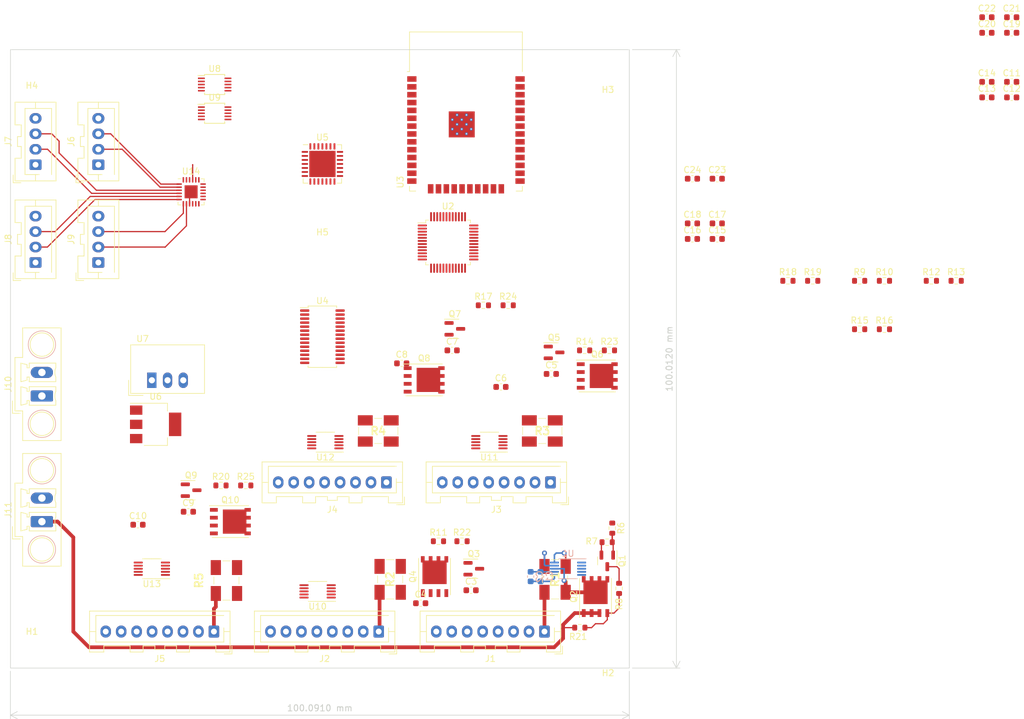
<source format=kicad_pcb>
(kicad_pcb (version 20211014) (generator pcbnew)
  (layers (0 "F.Cu" signal) (31 "B.Cu" signal) (34 "B.Paste" user) (35 "F.Paste" user) (36 "B.SilkS" user "B.Silkscreen") (37 "F.SilkS" user "F.Silkscreen") (38 "B.Mask" user) (39 "F.Mask" user) (44 "Edge.Cuts" user))
  (net 0 "")
  (net 51 "Net-(R1-Pad4)")
  (net 52 "Net-(J1-Pad1)")
  (net 53 "Net-(R1-Pad3)")
  (net 54 "GNDPWR")
  (net 55 "Net-(J2-Pad1)")
  (net 56 "Net-(J3-Pad1)")
  (net 57 "Net-(J4-Pad1)")
  (net 58 "Net-(J5-Pad1)")
  (net 59 "Net-(R2-Pad3)")
  (net 60 "Net-(R2-Pad4)")
  (net 61 "Net-(R3-Pad3)")
  (net 62 "Net-(R3-Pad4)")
  (net 63 "Net-(R4-Pad3)")
  (net 64 "Net-(R4-Pad4)")
  (net 65 "Net-(R5-Pad3)")
  (net 66 "Net-(R5-Pad4)")
  (net 78 "Net-(U2-Pad15)")
  (net 111 "Net-(U3-Pad1)")
  (net 155 "/Motor_M1/UBATT")
  (net 156 "/Motor_M1/ADR_1")
  (net 157 "/Motor_M1/ADR_0")
  (net 158 "/Motor_M1/~{Alert}")
  (net 159 "/Motor_M1/SDA")
  (net 160 "/Motor_M1/SCL")
  (net 161 "+3.3V")
  (net 162 "/Motor_M2/ADR_1")
  (net 163 "/Motor_M2/ADR_0")
  (net 164 "/Motor_M2/~{Alert}")
  (net 165 "/Motor_M2/SDA")
  (net 166 "/Motor_M2/SCL")
  (net 167 "/Motor_M3/ADR_1")
  (net 168 "/Motor_M3/ADR_0")
  (net 169 "/Motor_M3/~{Alert}")
  (net 170 "/Motor_M3/SDA")
  (net 171 "/Motor_M3/SCL")
  (net 172 "/Motor_M4/ADR_1")
  (net 173 "/Motor_M4/ADR_0")
  (net 174 "/Motor_M4/~{Alert}")
  (net 175 "/Motor_M4/SDA")
  (net 176 "/Motor_M4/SCL")
  (net 177 "/Motor_M5/ADR_1")
  (net 178 "/Motor_M5/ADR_0")
  (net 179 "/Motor_M5/~{Alert}")
  (net 180 "/Motor_M5/SDA")
  (net 181 "/Motor_M5/SCL")
  (net 182 "Net-(Q1-Pad1)")
  (net 183 "Net-(Q1-Pad3)")
  (net 184 "Net-(Q2-Pad4)")
  (net 185 "Net-(Q2-Pad5)")
  (net 186 "Net-(Q3-Pad1)")
  (net 187 "Net-(Q3-Pad3)")
  (net 188 "Net-(Q4-Pad4)")
  (net 189 "Net-(Q4-Pad5)")
  (net 190 "Net-(Q5-Pad1)")
  (net 191 "Net-(Q5-Pad3)")
  (net 192 "Net-(Q6-Pad4)")
  (net 193 "Net-(Q6-Pad5)")
  (net 194 "Net-(Q7-Pad1)")
  (net 195 "Net-(Q7-Pad3)")
  (net 196 "Net-(Q8-Pad4)")
  (net 197 "Net-(Q8-Pad5)")
  (net 198 "Net-(Q9-Pad1)")
  (net 199 "Net-(Q9-Pad3)")
  (net 200 "Net-(Q10-Pad4)")
  (net 201 "Net-(Q10-Pad5)")
  (net 202 "/Motor_M1/POW_EN")
  (net 203 "/Motor_M2/POW_EN")
  (net 204 "/Motor_M3/POW_EN")
  (net 205 "/Motor_M4/POW_EN")
  (net 206 "/Motor_M5/POW_EN")
  (net 207 "GND")
  (net 208 "+5V")
  (net 209 "Net-(J6-Pad2)")
  (net 210 "Net-(J6-Pad3)")
  (net 211 "Net-(J7-Pad2)")
  (net 212 "Net-(J7-Pad3)")
  (net 213 "Net-(J8-Pad2)")
  (net 214 "Net-(J8-Pad3)")
  (net 215 "Net-(J9-Pad2)")
  (net 216 "Net-(J9-Pad3)")
  (net 230 "/i2c_analog/ALERT_0")
  (net 231 "/i2c_analog/SDA")
  (net 232 "/i2c_analog/SCL")
  (net 233 "/i2c_analog/ALERT_1")
  (net 242 "/i2c_smb_mux/ADR_2")
  (net 243 "/i2c_smb_mux/SCL")
  (net 244 "/i2c_smb_mux/SDA")
  (net 245 "/i2c_smb_mux/ADR_0")
  (net 246 "/i2c_smb_mux/ADR_1")
  (net 247 "/i2c_smb_mux/~{RESET}")
  (net 248 "/Motor_M1/MOT_5V_OUT")
  (net 249 "/Motor_M1/MOT_SIGNAL")
  (net 250 "/Motor_M2/MOT_5V_OUT")
  (net 251 "/Motor_M2/MOT_SIGNAL")
  (net 252 "/Motor_M3/MOT_5V_OUT")
  (net 253 "/Motor_M3/MOT_SIGNAL")
  (net 254 "/Motor_M4/MOT_5V_OUT")
  (net 255 "/Motor_M4/MOT_SIGNAL")
  (net 256 "/Motor_M5/MOT_5V_OUT")
  (net 257 "/Motor_M5/MOT_SIGNAL")
  (net 258 "/Motor_M1/MOT_ENABLE")
  (net 259 "/Motor_M1/MOT_Z{slash}F (DIR)")
  (net 260 "/Motor_M1/MOT_VEL")
  (net 261 "/Motor_M2/MOT_ENABLE")
  (net 262 "/Motor_M2/MOT_Z{slash}F (DIR)")
  (net 263 "/Motor_M2/MOT_VEL")
  (net 264 "/Motor_M3/MOT_ENABLE")
  (net 265 "/Motor_M3/MOT_Z{slash}F (DIR)")
  (net 266 "/Motor_M3/MOT_VEL")
  (net 267 "/Motor_M4/MOT_ENABLE")
  (net 268 "/Motor_M4/MOT_Z{slash}F (DIR)")
  (net 269 "/Motor_M4/MOT_VEL")
  (net 270 "/Motor_M5/MOT_ENABLE")
  (net 271 "/Motor_M5/MOT_Z{slash}F (DIR)")
  (net 272 "/Motor_M5/MOT_VEL")
  (footprint "Connector_JST:JST_XA_B04B-XASK-1-A_1x04_P2.50mm_Vertical" (layer "F.Cu") (at 103.11 77.475 90)
    (fp_text reference "J9")
    (fp_text value "Conn_01x04")
  )
  (footprint "Capacitor_SMD:C_0603_1608Metric" (layer "F.Cu") (at 246.815 48.26)
    (fp_text reference "C14")
    (fp_text value "1u")
  )
  (footprint "Package_SO:VSSOP-10_3x3mm_P0.5mm" (layer "F.Cu") (at 139.82 106.53 180)
    (fp_text reference "U12")
    (fp_text value "INA233")
  )
  (footprint "Package_DFN_QFN:QFN-28-1EP_6x6mm_P0.65mm_EP4.25x4.25mm" (layer "F.Cu") (at 139.345 61.535)
    (fp_text reference "U5")
    (fp_text value "PCA9557PW")
  )
  (footprint "Capacitor_SMD:C_0603_1608Metric" (layer "F.Cu") (at 199.19 73.66)
    (fp_text reference "C16")
    (fp_text value "1u")
  )
  (footprint "Package_DFN_QFN:HVQFN-24-1EP_4x4mm_P0.5mm_EP2.1x2.1mm" (layer "F.Cu") (at 118.11 66.04)
    (fp_text reference "U14")
    (fp_text value "PCA9547BS")
  )
  (footprint "Resistor_SMD:R_0603_1608Metric" (layer "F.Cu") (at 180.975 136.525)
    (fp_text reference "R21")
    (fp_text value "100k")
  )
  (footprint "Resistor_SMD:R_0603_1608Metric" (layer "F.Cu") (at 237.83 80.435)
    (fp_text reference "R12")
    (fp_text value "100R")
  )
  (footprint "Package_TO_SOT_SMD:SOT-23" (layer "F.Cu") (at 163.83 127)
    (fp_text reference "Q3")
    (fp_text value "BSS123")
  )
  (footprint "Capacitor_SMD:C_0603_1608Metric" (layer "F.Cu") (at 246.815 37.81)
    (fp_text reference "C22")
    (fp_text value "1u")
  )
  (footprint "Package_SO:PowerPAK_SO-8_Single" (layer "F.Cu") (at 124.46 119.38)
    (fp_text reference "Q10")
    (fp_text value "Si7141DP")
  )
  (footprint "Resistor_SMD:R_0603_1608Metric" (layer "F.Cu") (at 126.95 113.53)
    (fp_text reference "R25")
    (fp_text value "100k")
  )
  (footprint "Connector_JST:JST_XA_B08B-XASK-1-A_1x08_P2.50mm_Vertical" (layer "F.Cu") (at 149.7 113.03 180)
    (fp_text reference "J4")
    (fp_text value "Conn_01x08")
  )
  (footprint "MountingHole:MountingHole_3.2mm_M3" (layer "F.Cu") (at 92.355076 139.601456)
    (fp_text reference "H1")
    (fp_text value "MountingHole")
  )
  (footprint "Capacitor_SMD:C_0603_1608Metric" (layer "F.Cu") (at 168.22 97.595)
    (fp_text reference "C6")
    (fp_text value "1u")
  )
  (footprint "Package_TO_SOT_SMD:SOT-23" (layer "F.Cu") (at 118.11 114.3)
    (fp_text reference "Q9")
    (fp_text value "BSS123")
  )
  (footprint "Resistor_SMD:R_0603_1608Metric" (layer "F.Cu") (at 158.115 122.555)
    (fp_text reference "R11")
    (fp_text value "1K")
  )
  (footprint "Capacitor_SMD:C_0603_1608Metric" (layer "F.Cu") (at 176.37 95.495)
    (fp_text reference "C5")
    (fp_text value "100n")
  )
  (footprint "Package_QFP:TQFP-48_7x7mm_P0.5mm" (layer "F.Cu") (at 159.665 74.235)
    (fp_text reference "U2")
    (fp_text value "AVR128DB48x-xPT")
  )
  (footprint "Package_SO:PowerPAK_SO-8_Single" (layer "F.Cu") (at 155.8 96.46)
    (fp_text reference "Q8")
    (fp_text value "Si7141DP")
  )
  (footprint "Resistor_SMD:R_0603_1608Metric" (layer "F.Cu") (at 218.64 80.435)
    (fp_text reference "R19")
    (fp_text value "1M")
  )
  (footprint "Package_TO_SOT_SMD:SOT-23" (layer "F.Cu") (at 160.765 88.205)
    (fp_text reference "Q7")
    (fp_text value "BSS123")
  )
  (footprint "Vishay:Y08500R10000F9R" (layer "F.Cu") (at 150.305 128.715 90)
    (fp_text reference "R2")
    (fp_text value "R_Shunt" hide)
  )
  (footprint "Capacitor_SMD:C_0603_1608Metric" (layer "F.Cu") (at 160.325 91.685)
    (fp_text reference "C7")
    (fp_text value "100n")
  )
  (footprint "Resistor_SMD:R_0603_1608Metric" (layer "F.Cu") (at 161.925 122.555)
    (fp_text reference "R22")
    (fp_text value "100k")
  )
  (footprint "Resistor_SMD:R_0603_1608Metric" (layer "F.Cu") (at 185.393943 122.708191 180)
    (fp_text reference "R7")
    (fp_text value "1M")
  )
  (footprint "Capacitor_SMD:C_0603_1608Metric" (layer "F.Cu") (at 203.2 63.92)
    (fp_text reference "C23")
    (fp_text value "100n")
  )
  (footprint "Capacitor_SMD:C_0603_1608Metric" (layer "F.Cu") (at 250.825 37.81)
    (fp_text reference "C21")
    (fp_text value "1u")
  )
  (footprint "Resistor_SMD:R_0603_1608Metric" (layer "F.Cu") (at 122.94 113.53)
    (fp_text reference "R20")
    (fp_text value "1K")
  )
  (footprint "MountingHole:MountingHole_3.2mm_M3" (layer "F.Cu") (at 139.345 76.775)
    (fp_text reference "H5")
    (fp_text value "MountingHole")
  )
  (footprint "Capacitor_SMD:C_0603_1608Metric" (layer "F.Cu") (at 246.815 40.32)
    (fp_text reference "C20")
    (fp_text value "100n")
  )
  (footprint "Resistor_SMD:R_0603_1608Metric" (layer "F.Cu") (at 230.24 80.435)
    (fp_text reference "R10")
    (fp_text value "1M")
  )
  (footprint "Capacitor_SMD:C_0603_1608Metric" (layer "F.Cu") (at 246.815 50.77)
    (fp_text reference "C13")
    (fp_text value "1u")
  )
  (footprint "Connector_Phoenix_MC:PhoenixContact_MCV_1,5_2-GF-3.81_1x02_P3.81mm_Vertical_ThreadedFlange_MountHole" (layer "F.Cu") (at 93.98 119.38 90)
    (fp_text reference "J11")
    (fp_text value "Conn_01x02")
  )
  (footprint "Package_SO:PowerPAK_SO-8_Single" (layer "F.Cu") (at 183.795 95.825)
    (fp_text reference "Q6")
    (fp_text value "Si7141DP")
  )
  (footprint "Vishay:Y08500R10000F9R" (layer "F.Cu") (at 123.825 128.905 90)
    (fp_text reference "R5")
    (fp_text value "R_Shunt" hide)
  )
  (footprint "Resistor_SMD:R_0603_1608Metric" (layer "F.Cu") (at 181.755 91.685)
    (fp_text reference "R14")
    (fp_text value "1K")
  )
  (footprint "Capacitor_SMD:C_0603_1608Metric" (layer "F.Cu") (at 250.825 48.26)
    (fp_text reference "C11")
    (fp_text value "100n")
  )
  (footprint "Connector_JST:JST_XA_B08B-XASK-1-A_1x08_P2.50mm_Vertical" (layer "F.Cu") (at 148.45 137.16 180)
    (fp_text reference "J2")
    (fp_text value "Conn_01x08")
  )
  (footprint "Vishay:Y08500R10000F9R" (layer "F.Cu") (at 174.905 104.715 180)
    (fp_text reference "R3")
    (fp_text value "R_Shunt" hide)
  )
  (footprint "Capacitor_SMD:C_0603_1608Metric" (layer "F.Cu") (at 163.39 130.48)
    (fp_text reference "C3")
    (fp_text value "100n")
  )
  (footprint "Resistor_SMD:R_0603_1608Metric" (layer "F.Cu") (at 226.23 88.265)
    (fp_text reference "R15")
    (fp_text value "100R")
  )
  (footprint "Resistor_SMD:R_0603_1608Metric" (layer "F.Cu") (at 214.63 80.435)
    (fp_text reference "R18")
    (fp_text value "100R")
  )
  (footprint "MountingHole:MountingHole_3.2mm_M3" (layer "F.Cu") (at 185.516507 46.554122)
    (fp_text reference "H3")
    (fp_text value "MountingHole")
  )
  (footprint "Capacitor_SMD:C_0603_1608Metric" (layer "F.Cu") (at 250.825 50.77)
    (fp_text reference "C12")
    (fp_text value "100n")
  )
  (footprint "Capacitor_SMD:C_0603_1608Metric" (layer "F.Cu") (at 199.19 71.15)
    (fp_text reference "C18")
    (fp_text value "1u")
  )
  (footprint "Resistor_SMD:R_0603_1608Metric" (layer "F.Cu") (at 185.765 91.685)
    (fp_text reference "R23")
    (fp_text value "100k")
  )
  (footprint "Resistor_SMD:R_0603_1608Metric" (layer "F.Cu") (at 241.84 80.435)
    (fp_text reference "R13")
    (fp_text value "1M")
  )
  (footprint "Package_TO_SOT_SMD:SOT-223-3_TabPin2" (layer "F.Cu") (at 112.375 103.65)
    (fp_text reference "U6")
    (fp_text value "LT1129-3.3_SOT223")
  )
  (footprint "Capacitor_SMD:C_0603_1608Metric" (layer "F.Cu") (at 152.175 93.785)
    (fp_text reference "C8")
    (fp_text value "1u")
  )
  (footprint "Package_SO:VSSOP-10_3x3mm_P0.5mm" (layer "F.Cu") (at 166.35 106.53 180)
    (fp_text reference "U11")
    (fp_text value "INA233")
  )
  (footprint "Capacitor_SMD:C_0603_1608Metric" (layer "F.Cu") (at 117.67 117.78)
    (fp_text reference "C9")
    (fp_text value "100n")
  )
  (footprint "RF_Module:ESP32-WROOM-32" (layer "F.Cu") (at 162.56 56.045)
    (fp_text reference "U3")
    (fp_text value "ESP32-WROOM-32D")
  )
  (footprint "Connector_JST:JST_XA_B08B-XASK-1-A_1x08_P2.50mm_Vertical" (layer "F.Cu") (at 176.23 113.03 180)
    (fp_text reference "J3")
    (fp_text value "Conn_01x08")
  )
  (footprint "Package_SO:TSSOP-28_4.4x9.7mm_P0.65mm" (layer "F.Cu") (at 139.345 89.475)
    (fp_text reference "U4")
    (fp_text value "PCA9685PW")
  )
  (footprint "Capacitor_SMD:C_0603_1608Metric" (layer "F.Cu") (at 155.24 132.58)
    (fp_text reference "C4")
    (fp_text value "1u")
  )
  (footprint "Package_SO:VSSOP-10_3x3mm_P0.5mm" (layer "F.Cu") (at 138.57 130.66 180)
    (fp_text reference "U10")
    (fp_text value "INA233")
  )
  (footprint "MountingHole:MountingHole_3.2mm_M3" (layer "F.Cu") (at 185.527926 139.601201)
    (fp_text reference "H2")
    (fp_text value "MountingHole")
  )
  (footprint "Resistor_SMD:R_0603_1608Metric" (layer "F.Cu") (at 226.23 80.435)
    (fp_text reference "R9")
    (fp_text value "100R")
  )
  (footprint "Resistor_SMD:R_0603_1608Metric" (layer "F.Cu") (at 187.325 130.175 -90)
    (fp_text reference "R8")
    (fp_text value "1K")
  )
  (footprint "Connector_JST:JST_XA_B08B-XASK-1-A_1x08_P2.50mm_Vertical" (layer "F.Cu") (at 175.26 137.16 180)
    (fp_text reference "J1")
    (fp_text value "Conn_01x08")
  )
  (footprint "Capacitor_SMD:C_0603_1608Metric" (layer "F.Cu") (at 199.19 63.92)
    (fp_text reference "C24")
    (fp_text value "1u")
  )
  (footprint "Package_SO:PowerPAK_SO-8_Single" (layer "F.Cu") (at 157.48 128.27 90)
    (fp_text reference "Q4")
    (fp_text value "Si7141DP")
  )
  (footprint "Vishay:Y08500R10000F9R" (layer "F.Cu") (at 176.975 128.715 90)
    (fp_text reference "R1")
    (fp_text value "R_Shunt" hide)
  )
  (footprint "Resistor_SMD:R_0603_1608Metric" (layer "F.Cu") (at 169.39 84.395)
    (fp_text reference "R24")
    (fp_text value "100k")
  )
  (footprint "Capacitor_SMD:C_0603_1608Metric" (layer "F.Cu") (at 109.52 119.88)
    (fp_text reference "C10")
    (fp_text value "1u")
  )
  (footprint "Connector_JST:JST_XA_B08B-XASK-1-A_1x08_P2.50mm_Vertical" (layer "F.Cu") (at 121.8 137.16 180)
    (fp_text reference "J5")
    (fp_text value "Conn_01x08")
  )
  (footprint "Resistor_SMD:R_0603_1608Metric" (layer "F.Cu") (at 165.38 84.395)
    (fp_text reference "R17")
    (fp_text value "1K")
  )
  (footprint "Connector_JST:JST_XA_B04B-XASK-1-A_1x04_P2.50mm_Vertical" (layer "F.Cu") (at 92.95 61.66 90)
    (fp_text reference "J7")
    (fp_text value "Conn_01x04")
  )
  (footprint "Capacitor_SMD:C_0603_1608Metric" (layer "F.Cu") (at 250.825 40.32)
    (fp_text reference "C19")
    (fp_text value "100n")
  )
  (footprint "Connector_Phoenix_MC:PhoenixContact_MCV_1,5_2-GF-3.81_1x02_P3.81mm_Vertical_ThreadedFlange_MountHole" (layer "F.Cu") (at 93.98 99.06 90)
    (fp_text reference "J10")
    (fp_text value "Conn_01x02")
  )
  (footprint "Capacitor_SMD:C_0603_1608Metric" (layer "F.Cu") (at 203.2 71.15)
    (fp_text reference "C17")
    (fp_text value "100n")
  )
  (footprint "Package_SO:PowerPAK_SO-8_Single" (layer "F.Cu") (at 183.515 131.5 90)
    (fp_text reference "Q2")
    (fp_text value "Si7141DP")
  )
  (footprint "Capacitor_SMD:C_0603_1608Metric" (layer "F.Cu") (at 203.2 73.66)
    (fp_text reference "C15")
    (fp_text value "100n")
  )
  (footprint "Vishay:Y08500R10000F9R" (layer "F.Cu") (at 148.375 104.715 180)
    (fp_text reference "R4")
    (fp_text value "R_Shunt" hide)
  )
  (footprint "Connector_JST:JST_XA_B04B-XASK-1-A_1x04_P2.50mm_Vertical" (layer "F.Cu") (at 103.11 61.66 90)
    (fp_text reference "J6")
    (fp_text value "Conn_01x04")
  )
  (footprint "MountingHole:MountingHole_3.2mm_M3" (layer "F.Cu") (at 92.352118 46.506155)
    (fp_text reference "H4")
    (fp_text value "MountingHole")
  )
  (footprint "Resistor_SMD:R_0603_1608Metric" (layer "F.Cu") (at 230.24 88.265)
    (fp_text reference "R16")
    (fp_text value "1M")
  )
  (footprint "Resistor_SMD:R_0603_1608Metric" (layer "F.Cu") (at 186.221709 120.433635 -90)
    (fp_text reference "R6")
    (fp_text value "100R")
  )
  (footprint "Package_TO_SOT_SMD:SOT-23" (layer "F.Cu") (at 176.81 92.015)
    (fp_text reference "Q5")
    (fp_text value "BSS123")
  )
  (footprint "Package_SO:TSSOP-10_3x3mm_P0.5mm" (layer "F.Cu") (at 121.92 53.34)
    (fp_text reference "U9")
    (fp_text value "ADS1115IDGS")
  )
  (footprint "Package_SO:VSSOP-10_3x3mm_P0.5mm" (layer "F.Cu") (at 111.76 127 180)
    (fp_text reference "U13")
    (fp_text value "INA233")
  )
  (footprint "Connector_JST:JST_XA_B04B-XASK-1-A_1x04_P2.50mm_Vertical" (layer "F.Cu") (at 92.95 77.475 90)
    (fp_text reference "J8")
    (fp_text value "Conn_01x04")
  )
  (footprint "Package_SO:TSSOP-10_3x3mm_P0.5mm" (layer "F.Cu") (at 121.92 48.69)
    (fp_text reference "U8")
    (fp_text value "ADS1115IDGS")
  )
  (footprint "Package_TO_SOT_SMD:SOT-23" (layer "F.Cu") (at 185.42 125.73 -90)
    (fp_text reference "Q1")
    (fp_text value "BSS123")
  )
  (footprint "Converter_DCDC:Converter_DCDC_TRACO_TSR-1_THT" (layer "F.Cu") (at 111.76 96.52)
    (fp_text reference "U7")
    (fp_text value "TSR_1-2450")
  )
  (footprint "Capacitor_SMD:C_0603_1608Metric" (layer "B.Cu") (at 173.021737 128.269022 90)
    (fp_text reference "C2")
    (fp_text value "1u")
  )
  (footprint "Capacitor_SMD:C_0603_1608Metric" (layer "B.Cu") (at 174.625 128.27 90)
    (fp_text reference "C1")
    (fp_text value "100n")
  )
  (footprint "Package_SO:VSSOP-10_3x3mm_P0.5mm" (layer "B.Cu") (at 179.07 127 180)
    (fp_text reference "U1")
    (fp_text value "INA233")
  )
  (gr_poly (pts (xy 188.976 143.065) (xy 88.9 143.065) (xy 88.9 43.054055) (xy 188.976 43.054055)) (layer "Edge.Cuts") (width 0.1) (fill none))
  (dimension (type aligned) (layer "Edge.Cuts") (pts (xy 188.976 143.065) (xy 188.976 43.053)) (height 7.62) (gr_text "100.0120 mm" (at 195.446 93.059 90) (layer "Edge.Cuts") (effects (font (size 1 1) (thickness 0.15)))) (format (units 3) (units_format 1) (precision 4)) (style (thickness 0.1) (arrow_length 1.27) (text_position_mode 0) (extension_height 0.58642) (extension_offset 0.5) keep_text_aligned))
  (dimension (type aligned) (layer "Edge.Cuts") (pts (xy 88.885 143.065) (xy 188.976 143.065)) (height 7.619999) (gr_text "100.0910 mm" (at 138.9305 149.534999) (layer "Edge.Cuts") (effects (font (size 1 1) (thickness 0.15)))) (format (units 3) (units_format 1) (precision 4)) (style (thickness 0.1) (arrow_length 1.27) (text_position_mode 0) (extension_height 0.58642) (extension_offset 0.5) keep_text_aligned))
  (segment (start 178.69 126.62) (end 178.69 124.715) (width 0.25) (layer "F.Cu") (net 51))
  (segment (start 178.69 124.715) (end 178.435 124.46) (width 0.25) (layer "F.Cu") (net 51))
  (via (at 178.435 124.46) (size 0.8) (drill 0.4) (layers "F.Cu" "B.Cu") (net 51))
  (segment (start 176.87 126) (end 176.87 124.755) (width 0.25) (layer "B.Cu") (net 51))
  (segment (start 177.165 124.46) (end 178.435 124.46) (width 0.25) (layer "B.Cu") (net 51))
  (segment (start 176.87 124.755) (end 177.165 124.46) (width 0.25) (layer "B.Cu") (net 51))
  (segment (start 175.26 130.81) (end 175.26 137.16) (width 0.6) (layer "F.Cu") (net 52))
  (segment (start 175.26 126.62) (end 175.26 124.46) (width 0.25) (layer "F.Cu") (net 53))
  (via (at 175.26 124.46) (size 0.8) (drill 0.4) (layers "F.Cu" "B.Cu") (net 53))
  (segment (start 175.26 126.365) (end 175.26 124.46) (width 0.25) (layer "B.Cu") (net 53))
  (segment (start 175.395 126.5) (end 175.26 126.365) (width 0.25) (layer "B.Cu") (net 53))
  (segment (start 176.87 126.5) (end 175.395 126.5) (width 0.25) (layer "B.Cu") (net 53))
  (segment (start 184.47 124.7925) (end 184.47 122.807134) (width 0.2) (layer "F.Cu") (net 54))
  (segment (start 184.47 122.807134) (end 184.568943 122.708191) (width 0.2) (layer "F.Cu") (net 54))
  (segment (start 173.021737 127.494022) (end 174.624022 127.494022) (width 0.25) (layer "B.Cu") (net 54))
  (segment (start 176.87 127.5) (end 174.63 127.5) (width 0.25) (layer "B.Cu") (net 54))
  (segment (start 174.63 127.5) (end 174.625 127.495) (width 0.25) (layer "B.Cu") (net 54))
  (segment (start 174.624022 127.494022) (end 174.625 127.495) (width 0.25) (layer "B.Cu") (net 54))
  (segment (start 148.59 137.02) (end 148.59 130.81) (width 0.6) (layer "F.Cu") (net 55))
  (segment (start 148.45 137.16) (end 148.59 137.02) (width 0.6) (layer "F.Cu") (net 55))
  (segment (start 121.8 133.47) (end 121.8 137.16) (width 0.6) (layer "F.Cu") (net 58))
  (segment (start 122.11 130.81) (end 122.11 133.16) (width 0.6) (layer "F.Cu") (net 58))
  (segment (start 122.11 133.16) (end 121.8 133.47) (width 0.6) (layer "F.Cu") (net 58))
  (segment (start 180.15 136.525) (end 178.435 136.525) (width 0.2) (layer "F.Cu") (net 155))
  (segment (start 178.274971 136.685029) (end 178.274971 136.050029) (width 0.6) (layer "F.Cu") (net 155))
  (segment (start 96.52 119.38) (end 99.06 121.92) (width 0.6) (layer "F.Cu") (net 155))
  (segment (start 178.435 136.525) (end 178.274971 136.685029) (width 0.2) (layer "F.Cu") (net 155))
  (segment (start 178.274971 138.254573) (end 178.274971 136.685029) (width 0.6) (layer "F.Cu") (net 155))
  (segment (start 99.06 121.92) (end 99.06 137.16) (width 0.6) (layer "F.Cu") (net 155))
  (segment (start 176.829544 139.7) (end 178.274971 138.254573) (width 0.6) (layer "F.Cu") (net 155))
  (segment (start 101.6 139.7) (end 176.829544 139.7) (width 0.6) (layer "F.Cu") (net 155))
  (segment (start 178.274971 136.050029) (end 180.155 134.17) (width 0.6) (layer "F.Cu") (net 155))
  (segment (start 99.06 137.16) (end 101.6 139.7) (width 0.6) (layer "F.Cu") (net 155))
  (segment (start 93.98 119.38) (end 96.52 119.38) (width 0.6) (layer "F.Cu") (net 155))
  (segment (start 180.155 134.17) (end 184.15 134.17) (width 0.6) (layer "F.Cu") (net 155))
  (segment (start 118.36 64.1025) (end 118.36 61.67) (width 0.2) (layer "F.Cu") (net 161))
  (segment (start 118.35 61.66) (end 118.36 61.67) (width 0.2) (layer "F.Cu") (net 161))
  (segment (start 174.625 129.045) (end 176.39 129.045) (width 0.25) (layer "B.Cu") (net 161))
  (segment (start 176.39 129.045) (end 176.87 128.565) (width 0.25) (layer "B.Cu") (net 161))
  (segment (start 176.87 128.565) (end 176.87 128) (width 0.25) (layer "B.Cu") (net 161))
  (segment (start 173.021737 129.044022) (end 174.624022 129.044022) (width 0.25) (layer "B.Cu") (net 161))
  (segment (start 174.624022 129.044022) (end 174.625 129.045) (width 0.25) (layer "B.Cu") (net 161))
  (segment (start 186.37 124.7925) (end 186.37 122.859248) (width 0.2) (layer "F.Cu") (net 182))
  (segment (start 186.37 122.859248) (end 186.218943 122.708191) (width 0.2) (layer "F.Cu") (net 182))
  (segment (start 186.221709 122.705425) (end 186.218943 122.708191) (width 0.25) (layer "F.Cu") (net 182))
  (segment (start 186.221709 121.258635) (end 186.221709 122.705425) (width 0.25) (layer "F.Cu") (net 182))
  (segment (start 185.42 126.6675) (end 186.9925 126.6675) (width 0.2) (layer "F.Cu") (net 183))
  (segment (start 187.325 127) (end 187.325 129.35) (width 0.2) (layer "F.Cu") (net 183))
  (segment (start 186.9925 126.6675) (end 187.325 127) (width 0.2) (layer "F.Cu") (net 183))
  (segment (start 186.505 134.17) (end 187.325 133.35) (width 0.2) (layer "F.Cu") (net 184))
  (segment (start 182.88 136.525) (end 183.515 135.89) (width 0.2) (layer "F.Cu") (net 184))
  (segment (start 181.8 136.525) (end 182.88 136.525) (width 0.2) (layer "F.Cu") (net 184))
  (segment (start 183.515 135.89) (end 184.785 135.89) (width 0.2) (layer "F.Cu") (net 184))
  (segment (start 184.785 135.89) (end 185.42 135.255) (width 0.2) (layer "F.Cu") (net 184))
  (segment (start 185.42 134.17) (end 186.505 134.17) (width 0.2) (layer "F.Cu") (net 184))
  (segment (start 187.325 133.35) (end 187.325 131) (width 0.2) (layer "F.Cu") (net 184))
  (segment (start 185.42 135.255) (end 185.42 134.17) (width 0.2) (layer "F.Cu") (net 184))
  (segment (start 178.69 129.16) (end 178.435 128.905) (width 0.6) (layer "F.Cu") (net 185))
  (segment (start 178.69 130.81) (end 178.69 129.16) (width 0.6) (layer "F.Cu") (net 185))
  (segment (start 178.69 130.81) (end 183.515 130.81) (width 0.6) (layer "F.Cu") (net 185))
  (via (at 178.435 128.905) (size 0.8) (drill 0.4) (layers "F.Cu" "B.Cu") (net 185))
  (segment (start 176.87 127) (end 178.435 127) (width 0.25) (layer "B.Cu") (net 185))
  (segment (start 178.435 127) (end 178.435 128.905) (width 0.25) (layer "B.Cu") (net 185))
  (segment (start 117.86 67.9775) (end 117.86 66.29) (width 0.2) (layer "F.Cu") (net 207))
  (segment (start 117.86 66.29) (end 118.11 66.04) (width 0.2) (layer "F.Cu") (net 207))
  (segment (start 113.09 65.29) (end 106.96 59.16) (width 0.2) (layer "F.Cu") (net 209))
  (segment (start 116.1725 65.29) (end 113.09 65.29) (width 0.2) (layer "F.Cu") (net 209))
  (segment (start 106.96 59.16) (end 103.11 59.16) (width 0.2) (layer "F.Cu") (net 209))
  (segment (start 105.095 56.66) (end 103.11 56.66) (width 0.2) (layer "F.Cu") (net 210))
  (segment (start 116.1725 64.79) (end 113.225 64.79) (width 0.2) (layer "F.Cu") (net 210))
  (segment (start 113.225 64.79) (end 105.095 56.66) (width 0.2) (layer "F.Cu") (net 210))
  (segment (start 116.1725 66.29) (end 102.025 66.29) (width 0.2) (layer "F.Cu") (net 211))
  (segment (start 102.025 66.29) (end 94.895 59.16) (width 0.2) (layer "F.Cu") (net 211))
  (segment (start 94.895 59.16) (end 92.95 59.16) (width 0.2) (layer "F.Cu") (net 211))
  (segment (start 102.795 65.79) (end 96.76 59.755) (width 0.2) (layer "F.Cu") (net 212))
  (segment (start 116.1725 65.79) (end 102.795 65.79) (width 0.2) (layer "F.Cu") (net 212))
  (segment (start 96.76 57.85) (end 95.57 56.66) (width 0.2) (layer "F.Cu") (net 212))
  (segment (start 96.76 59.755) (end 96.76 57.85) (width 0.2) (layer "F.Cu") (net 212))
  (segment (start 95.57 56.66) (end 92.95 56.66) (width 0.2) (layer "F.Cu") (net 212))
  (segment (start 116.1725 67.29) (end 102.56 67.29) (width 0.2) (layer "F.Cu") (net 213))
  (segment (start 102.56 67.29) (end 94.875 74.975) (width 0.2) (layer "F.Cu") (net 213))
  (segment (start 94.875 74.975) (end 92.95 74.975) (width 0.2) (layer "F.Cu") (net 213))
  (segment (start 96.105 72.475) (end 92.95 72.475) (width 0.2) (layer "F.Cu") (net 214))
  (segment (start 116.1725 66.79) (end 101.79 66.79) (width 0.2) (layer "F.Cu") (net 214))
  (segment (start 101.79 66.79) (end 96.105 72.475) (width 0.2) (layer "F.Cu") (net 214))
  (segment (start 117.334 68.0035) (end 117.36 67.9775) (width 0.2) (layer "F.Cu") (net 215))
  (segment (start 117.36 71.54) (end 113.905 74.995) (width 0.2) (layer "F.Cu") (net 215))
  (segment (start 113.905 74.995) (end 113.885 74.975) (width 0.2) (layer "F.Cu") (net 215))
  (segment (start 117.36 67.9775) (end 117.36 71.54) (width 0.2) (layer "F.Cu") (net 215))
  (segment (start 113.885 74.975) (end 103.11 74.975) (width 0.2) (layer "F.Cu") (net 215))
  (segment (start 116.86 69.5) (end 113.885 72.475) (width 0.2) (layer "F.Cu") (net 216))
  (segment (start 116.86 67.9775) (end 116.86 69.5) (width 0.2) (layer "F.Cu") (net 216))
  (segment (start 113.885 72.475) (end 103.11 72.475) (width 0.2) (layer "F.Cu") (net 216))
)
</source>
